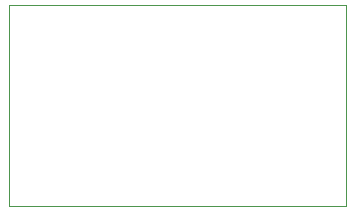
<source format=gbr>
%TF.GenerationSoftware,KiCad,Pcbnew,5.1.7-a382d34a8~87~ubuntu18.04.1*%
%TF.CreationDate,2020-11-14T17:29:08-06:00*%
%TF.ProjectId,quick reset,71756963-6b20-4726-9573-65742e6b6963,rev?*%
%TF.SameCoordinates,Original*%
%TF.FileFunction,Profile,NP*%
%FSLAX46Y46*%
G04 Gerber Fmt 4.6, Leading zero omitted, Abs format (unit mm)*
G04 Created by KiCad (PCBNEW 5.1.7-a382d34a8~87~ubuntu18.04.1) date 2020-11-14 17:29:08*
%MOMM*%
%LPD*%
G01*
G04 APERTURE LIST*
%TA.AperFunction,Profile*%
%ADD10C,0.050000*%
%TD*%
G04 APERTURE END LIST*
D10*
X127000000Y-102108000D02*
X127000000Y-85090000D01*
X155575000Y-102108000D02*
X127000000Y-102108000D01*
X155575000Y-85090000D02*
X155575000Y-102108000D01*
X127000000Y-85090000D02*
X155575000Y-85090000D01*
M02*

</source>
